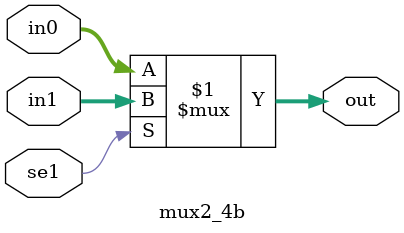
<source format=sv>
`timescale 1ns / 1ps


module mux2_4b(
    input [3:0] in0, in1,
    input se1,
    output [3:0] out
    );
    
    assign out = se1 ?  in1 : in0;
endmodule

</source>
